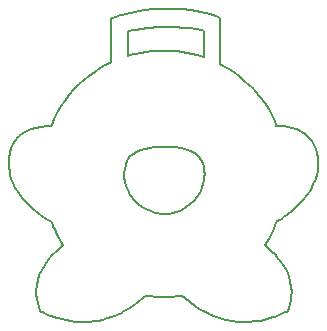
<source format=gm1>
G04 #@! TF.FileFunction,Profile,NP*
%FSLAX46Y46*%
G04 Gerber Fmt 4.6, Leading zero omitted, Abs format (unit mm)*
G04 Created by KiCad (PCBNEW 4.0.6-e0-6349~53~ubuntu16.04.1) date Sun Nov  5 22:25:15 2017*
%MOMM*%
%LPD*%
G01*
G04 APERTURE LIST*
%ADD10C,0.100000*%
%ADD11C,0.200000*%
G04 APERTURE END LIST*
D10*
D11*
X47231470Y-31880134D02*
X48036047Y-31929541D01*
X48036047Y-31929541D02*
X48830505Y-32023234D01*
X48830505Y-32023234D02*
X49608383Y-32161222D01*
X49608383Y-32161222D02*
X50363223Y-32343519D01*
X50363223Y-32343519D02*
X50877668Y-32498552D01*
X50877668Y-32498552D02*
X51279778Y-32630399D01*
X51279778Y-32630399D02*
X51280304Y-36561889D01*
X51280304Y-36561889D02*
X51539603Y-36703000D01*
X51539603Y-36703000D02*
X51981600Y-36962602D01*
X51981600Y-36962602D02*
X52433664Y-37263797D01*
X52433664Y-37263797D02*
X52883431Y-37596827D01*
X52883431Y-37596827D02*
X53318537Y-37951933D01*
X53318537Y-37951933D02*
X53726617Y-38319357D01*
X53726617Y-38319357D02*
X54095307Y-38689339D01*
X54095307Y-38689339D02*
X54197886Y-38801043D01*
X54197886Y-38801043D02*
X54640279Y-39322134D01*
X54640279Y-39322134D02*
X55028131Y-39841383D01*
X55028131Y-39841383D02*
X55363155Y-40361584D01*
X55363155Y-40361584D02*
X55647062Y-40885532D01*
X55647062Y-40885532D02*
X55881566Y-41416022D01*
X55881566Y-41416022D02*
X56000832Y-41743273D01*
X56000832Y-41743273D02*
X56018318Y-41763985D01*
X56018318Y-41763985D02*
X56060691Y-41779484D01*
X56060691Y-41779484D02*
X56136878Y-41791439D01*
X56136878Y-41791439D02*
X56255807Y-41801522D01*
X56255807Y-41801522D02*
X56339955Y-41806719D01*
X56339955Y-41806719D02*
X56687718Y-41838763D01*
X56687718Y-41838763D02*
X57034447Y-41893610D01*
X57034447Y-41893610D02*
X57367435Y-41968283D01*
X57367435Y-41968283D02*
X57673976Y-42059806D01*
X57673976Y-42059806D02*
X57941363Y-42165201D01*
X57941363Y-42165201D02*
X58009779Y-42197941D01*
X58009779Y-42197941D02*
X58223457Y-42320756D01*
X58223457Y-42320756D02*
X58444057Y-42474736D01*
X58444057Y-42474736D02*
X58649730Y-42643586D01*
X58649730Y-42643586D02*
X58790614Y-42780313D01*
X58790614Y-42780313D02*
X59029919Y-43073476D01*
X59029919Y-43073476D02*
X59223585Y-43394013D01*
X59223585Y-43394013D02*
X59372348Y-43744019D01*
X59372348Y-43744019D02*
X59476945Y-44125591D01*
X59476945Y-44125591D02*
X59538114Y-44540823D01*
X59538114Y-44540823D02*
X59556672Y-44958000D01*
X59556672Y-44958000D02*
X59546452Y-45298971D01*
X59546452Y-45298971D02*
X59512754Y-45609763D01*
X59512754Y-45609763D02*
X59451978Y-45913022D01*
X59451978Y-45913022D02*
X59360525Y-46231399D01*
X59360525Y-46231399D02*
X59348372Y-46268516D01*
X59348372Y-46268516D02*
X59162155Y-46742654D01*
X59162155Y-46742654D02*
X58921253Y-47206213D01*
X58921253Y-47206213D02*
X58626636Y-47658000D01*
X58626636Y-47658000D02*
X58279279Y-48096825D01*
X58279279Y-48096825D02*
X57880152Y-48521498D01*
X57880152Y-48521498D02*
X57430228Y-48930826D01*
X57430228Y-48930826D02*
X56930480Y-49323619D01*
X56930480Y-49323619D02*
X56748165Y-49454045D01*
X56748165Y-49454045D02*
X56610012Y-49548559D01*
X56610012Y-49548559D02*
X56464883Y-49644500D01*
X56464883Y-49644500D02*
X56331050Y-49729961D01*
X56331050Y-49729961D02*
X56236319Y-49787520D01*
X56236319Y-49787520D02*
X56027531Y-49909252D01*
X56027531Y-49909252D02*
X55879455Y-50277015D01*
X55879455Y-50277015D02*
X55717506Y-50655956D01*
X55717506Y-50655956D02*
X55546827Y-51011949D01*
X55546827Y-51011949D02*
X55373068Y-51333838D01*
X55373068Y-51333838D02*
X55209890Y-51598492D01*
X55209890Y-51598492D02*
X55022112Y-51880556D01*
X55022112Y-51880556D02*
X55190001Y-52022391D01*
X55190001Y-52022391D02*
X55336825Y-52152844D01*
X55336825Y-52152844D02*
X55504822Y-52312674D01*
X55504822Y-52312674D02*
X55684000Y-52491436D01*
X55684000Y-52491436D02*
X55864369Y-52678684D01*
X55864369Y-52678684D02*
X56035939Y-52863971D01*
X56035939Y-52863971D02*
X56188718Y-53036851D01*
X56188718Y-53036851D02*
X56312717Y-53186879D01*
X56312717Y-53186879D02*
X56349372Y-53234601D01*
X56349372Y-53234601D02*
X56642530Y-53664238D01*
X56642530Y-53664238D02*
X56883646Y-54098173D01*
X56883646Y-54098173D02*
X57072050Y-54534332D01*
X57072050Y-54534332D02*
X57207072Y-54970637D01*
X57207072Y-54970637D02*
X57288041Y-55405013D01*
X57288041Y-55405013D02*
X57314287Y-55835383D01*
X57314287Y-55835383D02*
X57296348Y-56166868D01*
X57296348Y-56166868D02*
X57279259Y-56291443D01*
X57279259Y-56291443D02*
X57252484Y-56442383D01*
X57252484Y-56442383D02*
X57218353Y-56610268D01*
X57218353Y-56610268D02*
X57179198Y-56785677D01*
X57179198Y-56785677D02*
X57137348Y-56959190D01*
X57137348Y-56959190D02*
X57095135Y-57121386D01*
X57095135Y-57121386D02*
X57054891Y-57262845D01*
X57054891Y-57262845D02*
X57018945Y-57374147D01*
X57018945Y-57374147D02*
X56989629Y-57445870D01*
X56989629Y-57445870D02*
X56974584Y-57467289D01*
X56974584Y-57467289D02*
X56889055Y-57518786D01*
X56889055Y-57518786D02*
X56761187Y-57584673D01*
X56761187Y-57584673D02*
X56601751Y-57660233D01*
X56601751Y-57660233D02*
X56421520Y-57740751D01*
X56421520Y-57740751D02*
X56231266Y-57821510D01*
X56231266Y-57821510D02*
X56041762Y-57897794D01*
X56041762Y-57897794D02*
X55863779Y-57964886D01*
X55863779Y-57964886D02*
X55740509Y-58007596D01*
X55740509Y-58007596D02*
X55224492Y-58160853D01*
X55224492Y-58160853D02*
X54727536Y-58273028D01*
X54727536Y-58273028D02*
X54233066Y-58346811D01*
X54233066Y-58346811D02*
X53724508Y-58384893D01*
X53724508Y-58384893D02*
X53374339Y-58391777D01*
X53374339Y-58391777D02*
X52801468Y-58372150D01*
X52801468Y-58372150D02*
X52254857Y-58311602D01*
X52254857Y-58311602D02*
X51721360Y-58207631D01*
X51721360Y-58207631D02*
X51187831Y-58057738D01*
X51187831Y-58057738D02*
X50701223Y-57883255D01*
X50701223Y-57883255D02*
X50508711Y-57802712D01*
X50508711Y-57802712D02*
X50290673Y-57703296D01*
X50290673Y-57703296D02*
X50061533Y-57592266D01*
X50061533Y-57592266D02*
X49835718Y-57476881D01*
X49835718Y-57476881D02*
X49627655Y-57364400D01*
X49627655Y-57364400D02*
X49451769Y-57262083D01*
X49451769Y-57262083D02*
X49391435Y-57224192D01*
X49391435Y-57224192D02*
X49216888Y-57106011D01*
X49216888Y-57106011D02*
X49015225Y-56960922D01*
X49015225Y-56960922D02*
X48801063Y-56800020D01*
X48801063Y-56800020D02*
X48589025Y-56634398D01*
X48589025Y-56634398D02*
X48393728Y-56475149D01*
X48393728Y-56475149D02*
X48305803Y-56400410D01*
X48305803Y-56400410D02*
X48055271Y-56183724D01*
X48055271Y-56183724D02*
X47586136Y-56230719D01*
X47586136Y-56230719D02*
X47256255Y-56256223D01*
X47256255Y-56256223D02*
X46889208Y-56271593D01*
X46889208Y-56271593D02*
X46503359Y-56276830D01*
X46503359Y-56276830D02*
X46117070Y-56271936D01*
X46117070Y-56271936D02*
X45748701Y-56256913D01*
X45748701Y-56256913D02*
X45416616Y-56231762D01*
X45416616Y-56231762D02*
X45404438Y-56230554D01*
X45404438Y-56230554D02*
X44933654Y-56183393D01*
X44933654Y-56183393D02*
X44741216Y-56355510D01*
X44741216Y-56355510D02*
X44308295Y-56720919D01*
X44308295Y-56720919D02*
X43875845Y-57040458D01*
X43875845Y-57040458D02*
X43430770Y-57323043D01*
X43430770Y-57323043D02*
X42959974Y-57577595D01*
X42959974Y-57577595D02*
X42911889Y-57601403D01*
X42911889Y-57601403D02*
X42490809Y-57797834D01*
X42490809Y-57797834D02*
X42094456Y-57959577D01*
X42094456Y-57959577D02*
X41707498Y-58091706D01*
X41707498Y-58091706D02*
X41314604Y-58199298D01*
X41314604Y-58199298D02*
X40900442Y-58287430D01*
X40900442Y-58287430D02*
X40768542Y-58311042D01*
X40768542Y-58311042D02*
X40631099Y-58332303D01*
X40631099Y-58332303D02*
X40490403Y-58348561D01*
X40490403Y-58348561D02*
X40335179Y-58360551D01*
X40335179Y-58360551D02*
X40154150Y-58369009D01*
X40154150Y-58369009D02*
X39936040Y-58374670D01*
X39936040Y-58374670D02*
X39751000Y-58377413D01*
X39751000Y-58377413D02*
X39553097Y-58379152D01*
X39553097Y-58379152D02*
X39367000Y-58379752D01*
X39367000Y-58379752D02*
X39202469Y-58379262D01*
X39202469Y-58379262D02*
X39069264Y-58377732D01*
X39069264Y-58377732D02*
X38977147Y-58375211D01*
X38977147Y-58375211D02*
X38946667Y-58373340D01*
X38946667Y-58373340D02*
X38610251Y-58330930D01*
X38610251Y-58330930D02*
X38243158Y-58265626D01*
X38243158Y-58265626D02*
X37864229Y-58181628D01*
X37864229Y-58181628D02*
X37492304Y-58083138D01*
X37492304Y-58083138D02*
X37146223Y-57974355D01*
X37146223Y-57974355D02*
X37126334Y-57967468D01*
X37126334Y-57967468D02*
X37005320Y-57922322D01*
X37005320Y-57922322D02*
X36858204Y-57862831D01*
X36858204Y-57862831D02*
X36695785Y-57793860D01*
X36695785Y-57793860D02*
X36528863Y-57720277D01*
X36528863Y-57720277D02*
X36368237Y-57646948D01*
X36368237Y-57646948D02*
X36224706Y-57578739D01*
X36224706Y-57578739D02*
X36109069Y-57520517D01*
X36109069Y-57520517D02*
X36032126Y-57477149D01*
X36032126Y-57477149D02*
X36019481Y-57468685D01*
X36019481Y-57468685D02*
X35997748Y-57430596D01*
X35997748Y-57430596D02*
X35967539Y-57346540D01*
X35967539Y-57346540D02*
X35931166Y-57225957D01*
X35931166Y-57225957D02*
X35890942Y-57078284D01*
X35890942Y-57078284D02*
X35849180Y-56912959D01*
X35849180Y-56912959D02*
X35808192Y-56739420D01*
X35808192Y-56739420D02*
X35770290Y-56567106D01*
X35770290Y-56567106D02*
X35737788Y-56405454D01*
X35737788Y-56405454D02*
X35712998Y-56263902D01*
X35712998Y-56263902D02*
X35699205Y-56161609D01*
X35699205Y-56161609D02*
X35683070Y-55737189D01*
X35683070Y-55737189D02*
X35721702Y-55307866D01*
X35721702Y-55307866D02*
X35813903Y-54876068D01*
X35813903Y-54876068D02*
X35958472Y-54444222D01*
X35958472Y-54444222D02*
X36154212Y-54014756D01*
X36154212Y-54014756D02*
X36399922Y-53590097D01*
X36399922Y-53590097D02*
X36694405Y-53172673D01*
X36694405Y-53172673D02*
X37036460Y-52764912D01*
X37036460Y-52764912D02*
X37424888Y-52369241D01*
X37424888Y-52369241D02*
X37691343Y-52128586D01*
X37691343Y-52128586D02*
X37976085Y-51882761D01*
X37976085Y-51882761D02*
X37795993Y-51616547D01*
X37795993Y-51616547D02*
X37697171Y-51459043D01*
X37697171Y-51459043D02*
X37585351Y-51261703D01*
X37585351Y-51261703D02*
X37467130Y-51037622D01*
X37467130Y-51037622D02*
X37349109Y-50799898D01*
X37349109Y-50799898D02*
X37237885Y-50561627D01*
X37237885Y-50561627D02*
X37140057Y-50335906D01*
X37140057Y-50335906D02*
X37097987Y-50231222D01*
X37097987Y-50231222D02*
X36991962Y-49958779D01*
X36991962Y-49958779D02*
X36697481Y-49783361D01*
X36697481Y-49783361D02*
X36268041Y-49508361D01*
X36268041Y-49508361D02*
X35846054Y-49201167D01*
X35846054Y-49201167D02*
X35441636Y-48870424D01*
X35441636Y-48870424D02*
X35064903Y-48524777D01*
X35064903Y-48524777D02*
X34725971Y-48172872D01*
X34725971Y-48172872D02*
X34496926Y-47902837D01*
X34496926Y-47902837D02*
X34187947Y-47481785D01*
X34187947Y-47481785D02*
X33931421Y-47059766D01*
X33931421Y-47059766D02*
X33723644Y-46630119D01*
X33723644Y-46630119D02*
X33586628Y-46266186D01*
X33586628Y-46266186D02*
X33492614Y-45946945D01*
X33492614Y-45946945D02*
X33454547Y-45763843D01*
X43136905Y-45763843D02*
X43149326Y-46133766D01*
X43149326Y-46133766D02*
X43207714Y-46510330D01*
X43207714Y-46510330D02*
X43310843Y-46886795D01*
X43310843Y-46886795D02*
X43457489Y-47256420D01*
X43457489Y-47256420D02*
X43646426Y-47612462D01*
X43646426Y-47612462D02*
X43744535Y-47765887D01*
X43744535Y-47765887D02*
X43996373Y-48089351D01*
X43996373Y-48089351D02*
X44291360Y-48382391D01*
X44291360Y-48382391D02*
X44622484Y-48640467D01*
X44622484Y-48640467D02*
X44982733Y-48859036D01*
X44982733Y-48859036D02*
X45365097Y-49033558D01*
X45365097Y-49033558D02*
X45762563Y-49159493D01*
X45762563Y-49159493D02*
X45962629Y-49202435D01*
X45962629Y-49202435D02*
X46204013Y-49232848D01*
X46204013Y-49232848D02*
X46474481Y-49245036D01*
X46474481Y-49245036D02*
X46751345Y-49239217D01*
X46751345Y-49239217D02*
X47011922Y-49215608D01*
X47011922Y-49215608D02*
X47161495Y-49190892D01*
X47161495Y-49190892D02*
X47592888Y-49075363D01*
X47592888Y-49075363D02*
X47997465Y-48911519D01*
X47997465Y-48911519D02*
X48372470Y-48702108D01*
X48372470Y-48702108D02*
X48715144Y-48449878D01*
X48715144Y-48449878D02*
X49022728Y-48157576D01*
X49022728Y-48157576D02*
X49292464Y-47827950D01*
X49292464Y-47827950D02*
X49521595Y-47463745D01*
X49521595Y-47463745D02*
X49707362Y-47067711D01*
X49707362Y-47067711D02*
X49847006Y-46642594D01*
X49847006Y-46642594D02*
X49886917Y-46476244D01*
X49886917Y-46476244D02*
X49915272Y-46298548D01*
X49915272Y-46298548D02*
X49932504Y-46089815D01*
X49932504Y-46089815D02*
X49938639Y-45866743D01*
X49938639Y-45866743D02*
X49933706Y-45646027D01*
X49933706Y-45646027D02*
X49917731Y-45444363D01*
X49917731Y-45444363D02*
X49890744Y-45278447D01*
X49890744Y-45278447D02*
X49884891Y-45254333D01*
X49884891Y-45254333D02*
X49781056Y-44941206D01*
X49781056Y-44941206D02*
X49639702Y-44662962D01*
X49639702Y-44662962D02*
X49459334Y-44418604D01*
X49459334Y-44418604D02*
X49238457Y-44207133D01*
X49238457Y-44207133D02*
X48975574Y-44027552D01*
X48975574Y-44027552D02*
X48669189Y-43878864D01*
X48669189Y-43878864D02*
X48317808Y-43760072D01*
X48317808Y-43760072D02*
X47919934Y-43670177D01*
X47919934Y-43670177D02*
X47474072Y-43608183D01*
X47474072Y-43608183D02*
X47406500Y-43601558D01*
X47406500Y-43601558D02*
X47234418Y-43589789D01*
X47234418Y-43589789D02*
X47024528Y-43582258D01*
X47024528Y-43582258D02*
X46787567Y-43578747D01*
X46787567Y-43578747D02*
X46534275Y-43579041D01*
X46534275Y-43579041D02*
X46275389Y-43582922D01*
X46275389Y-43582922D02*
X46021647Y-43590174D01*
X46021647Y-43590174D02*
X45783787Y-43600580D01*
X45783787Y-43600580D02*
X45572547Y-43613923D01*
X45572547Y-43613923D02*
X45398666Y-43629988D01*
X45398666Y-43629988D02*
X45296667Y-43644131D01*
X45296667Y-43644131D02*
X44916041Y-43721847D01*
X44916041Y-43721847D02*
X44584563Y-43815980D01*
X44584563Y-43815980D02*
X44296682Y-43929027D01*
X44296682Y-43929027D02*
X44046844Y-44063485D01*
X44046844Y-44063485D02*
X43829497Y-44221850D01*
X43829497Y-44221850D02*
X43665714Y-44377590D01*
X43665714Y-44377590D02*
X43496807Y-44581340D01*
X43496807Y-44581340D02*
X43367977Y-44793929D01*
X43367977Y-44793929D02*
X43266357Y-45037067D01*
X43266357Y-45037067D02*
X43254861Y-45070889D01*
X43254861Y-45070889D02*
X43171675Y-45407304D01*
X43171675Y-45407304D02*
X43136905Y-45763843D01*
X33454547Y-45763843D02*
X33429327Y-45642538D01*
X33429327Y-45642538D02*
X33393330Y-45331096D01*
X33393330Y-45331096D02*
X33381191Y-44990750D01*
X33381191Y-44990750D02*
X33381151Y-44958000D01*
X33381151Y-44958000D02*
X33403114Y-44505251D01*
X33403114Y-44505251D02*
X33468104Y-44088396D01*
X33468104Y-44088396D02*
X33576564Y-43706280D01*
X33576564Y-43706280D02*
X33728936Y-43357749D01*
X33728936Y-43357749D02*
X33925662Y-43041649D01*
X33925662Y-43041649D02*
X34167186Y-42756826D01*
X34167186Y-42756826D02*
X34259499Y-42666988D01*
X34259499Y-42666988D02*
X34555113Y-42427424D01*
X34555113Y-42427424D02*
X34883889Y-42227513D01*
X34883889Y-42227513D02*
X35247867Y-42066513D01*
X35247867Y-42066513D02*
X35649085Y-41943684D01*
X35649085Y-41943684D02*
X36089582Y-41858284D01*
X36089582Y-41858284D02*
X36571397Y-41809572D01*
X36571397Y-41809572D02*
X36627997Y-41806370D01*
X36627997Y-41806370D02*
X36779132Y-41797171D01*
X36779132Y-41797171D02*
X36882542Y-41787193D01*
X36882542Y-41787193D02*
X36946945Y-41774924D01*
X36946945Y-41774924D02*
X36981055Y-41758852D01*
X36981055Y-41758852D02*
X36992058Y-41743234D01*
X36992058Y-41743234D02*
X37207365Y-41193163D01*
X37207365Y-41193163D02*
X37461363Y-40664394D01*
X37461363Y-40664394D02*
X37757050Y-40152482D01*
X37757050Y-40152482D02*
X38097421Y-39652980D01*
X38097421Y-39652980D02*
X38485472Y-39161441D01*
X38485472Y-39161441D02*
X38924201Y-38673419D01*
X38924201Y-38673419D02*
X39343310Y-38254114D01*
X39343310Y-38254114D02*
X39742975Y-37894183D01*
X39742975Y-37894183D02*
X40175668Y-37545607D01*
X40175668Y-37545607D02*
X40628766Y-37217299D01*
X40628766Y-37217299D02*
X41089647Y-36918173D01*
X41089647Y-36918173D02*
X41545687Y-36657143D01*
X41545687Y-36657143D02*
X41759805Y-36547682D01*
X41759805Y-36547682D02*
X42018831Y-36420777D01*
X42018831Y-36420777D02*
X42020572Y-34828628D01*
X43462223Y-34828628D02*
X43462223Y-35848805D01*
X43462223Y-35848805D02*
X43525723Y-35831336D01*
X43525723Y-35831336D02*
X44041224Y-35698583D01*
X44041224Y-35698583D02*
X44524168Y-35594372D01*
X44524168Y-35594372D02*
X44989517Y-35516787D01*
X44989517Y-35516787D02*
X45452233Y-35463908D01*
X45452233Y-35463908D02*
X45927277Y-35433816D01*
X45927277Y-35433816D02*
X46429610Y-35424594D01*
X46429610Y-35424594D02*
X46679556Y-35426926D01*
X46679556Y-35426926D02*
X47172241Y-35442756D01*
X47172241Y-35442756D02*
X47623736Y-35473867D01*
X47623736Y-35473867D02*
X48047707Y-35522252D01*
X48047707Y-35522252D02*
X48457821Y-35589899D01*
X48457821Y-35589899D02*
X48867746Y-35678798D01*
X48867746Y-35678798D02*
X49291147Y-35790941D01*
X49291147Y-35790941D02*
X49403000Y-35823522D01*
X49403000Y-35823522D02*
X49550815Y-35866851D01*
X49550815Y-35866851D02*
X49680791Y-35904104D01*
X49680791Y-35904104D02*
X49782739Y-35932426D01*
X49782739Y-35932426D02*
X49846471Y-35948964D01*
X49846471Y-35948964D02*
X49861612Y-35952008D01*
X49861612Y-35952008D02*
X49870910Y-35941423D01*
X49870910Y-35941423D02*
X49878536Y-35905023D01*
X49878536Y-35905023D02*
X49884627Y-35838528D01*
X49884627Y-35838528D02*
X49889320Y-35737656D01*
X49889320Y-35737656D02*
X49892754Y-35598126D01*
X49892754Y-35598126D02*
X49895068Y-35415657D01*
X49895068Y-35415657D02*
X49896397Y-35185968D01*
X49896397Y-35185968D02*
X49896881Y-34904779D01*
X49896881Y-34904779D02*
X49896889Y-34856706D01*
X49896889Y-34856706D02*
X49896889Y-33758302D01*
X49896889Y-33758302D02*
X49706389Y-33715460D01*
X49706389Y-33715460D02*
X49218873Y-33619994D01*
X49218873Y-33619994D02*
X48689667Y-33542138D01*
X48689667Y-33542138D02*
X48130929Y-33482585D01*
X48130929Y-33482585D02*
X47554818Y-33442030D01*
X47554818Y-33442030D02*
X46973495Y-33421166D01*
X46973495Y-33421166D02*
X46399118Y-33420686D01*
X46399118Y-33420686D02*
X45843846Y-33441286D01*
X45843846Y-33441286D02*
X45437778Y-33471872D01*
X45437778Y-33471872D02*
X45221732Y-33494638D01*
X45221732Y-33494638D02*
X44986418Y-33523718D01*
X44986418Y-33523718D02*
X44740675Y-33557637D01*
X44740675Y-33557637D02*
X44493339Y-33594924D01*
X44493339Y-33594924D02*
X44253249Y-33634106D01*
X44253249Y-33634106D02*
X44029241Y-33673711D01*
X44029241Y-33673711D02*
X43830155Y-33712267D01*
X43830155Y-33712267D02*
X43664828Y-33748300D01*
X43664828Y-33748300D02*
X43542096Y-33780339D01*
X43542096Y-33780339D02*
X43497500Y-33795137D01*
X43497500Y-33795137D02*
X43487806Y-33811164D01*
X43487806Y-33811164D02*
X43479923Y-33854143D01*
X43479923Y-33854143D02*
X43473702Y-33928475D01*
X43473702Y-33928475D02*
X43468992Y-34038566D01*
X43468992Y-34038566D02*
X43465643Y-34188816D01*
X43465643Y-34188816D02*
X43463505Y-34383631D01*
X43463505Y-34383631D02*
X43462427Y-34627411D01*
X43462427Y-34627411D02*
X43462223Y-34828628D01*
X42020572Y-34828628D02*
X42020860Y-34566159D01*
X42020860Y-34566159D02*
X42021315Y-34197026D01*
X42021315Y-34197026D02*
X42021893Y-33880261D01*
X42021893Y-33880261D02*
X42022712Y-33611788D01*
X42022712Y-33611788D02*
X42023892Y-33387532D01*
X42023892Y-33387532D02*
X42025552Y-33203418D01*
X42025552Y-33203418D02*
X42027813Y-33055368D01*
X42027813Y-33055368D02*
X42030792Y-32939307D01*
X42030792Y-32939307D02*
X42034610Y-32851159D01*
X42034610Y-32851159D02*
X42039386Y-32786849D01*
X42039386Y-32786849D02*
X42045239Y-32742300D01*
X42045239Y-32742300D02*
X42052289Y-32713436D01*
X42052289Y-32713436D02*
X42060655Y-32696182D01*
X42060655Y-32696182D02*
X42070457Y-32686462D01*
X42070457Y-32686462D02*
X42076021Y-32683106D01*
X42076021Y-32683106D02*
X42120313Y-32664636D01*
X42120313Y-32664636D02*
X42207636Y-32632342D01*
X42207636Y-32632342D02*
X42327393Y-32590000D01*
X42327393Y-32590000D02*
X42468986Y-32541388D01*
X42468986Y-32541388D02*
X42553219Y-32513049D01*
X42553219Y-32513049D02*
X43282866Y-32296982D01*
X43282866Y-32296982D02*
X44041151Y-32125132D01*
X44041151Y-32125132D02*
X44821613Y-31997511D01*
X44821613Y-31997511D02*
X45617793Y-31914130D01*
X45617793Y-31914130D02*
X46423232Y-31875001D01*
X46423232Y-31875001D02*
X47231470Y-31880134D01*
M02*

</source>
